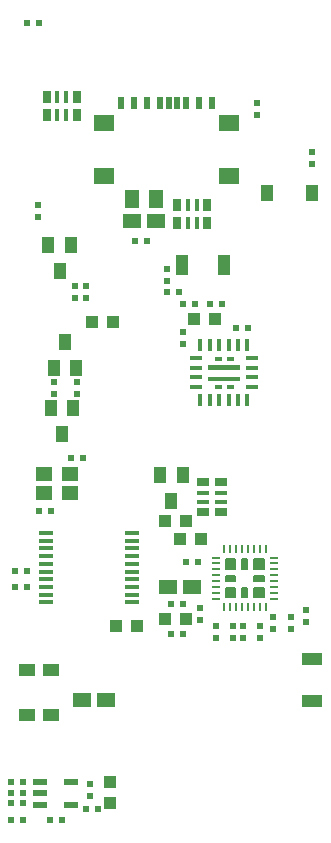
<source format=gbr>
G04 #@! TF.GenerationSoftware,KiCad,Pcbnew,5.99.0-unknown-d20d310~100~ubuntu18.04.1*
G04 #@! TF.CreationDate,2019-12-17T15:54:16+02:00*
G04 #@! TF.ProjectId,ESP32-PoE_Rev_E,45535033-322d-4506-9f45-5f5265765f45,E*
G04 #@! TF.SameCoordinates,Original*
G04 #@! TF.FileFunction,Paste,Bot*
G04 #@! TF.FilePolarity,Positive*
%FSLAX46Y46*%
G04 Gerber Fmt 4.6, Leading zero omitted, Abs format (unit mm)*
G04 Created by KiCad (PCBNEW 5.99.0-unknown-d20d310~100~ubuntu18.04.1) date 2019-12-17 15:54:16*
%MOMM*%
%LPD*%
G04 APERTURE LIST*
%ADD10C,0.200000*%
%ADD11C,0.100000*%
%ADD12R,0.500000X0.550000*%
%ADD13R,1.400000X1.000000*%
%ADD14R,1.200000X0.550000*%
%ADD15R,1.524000X1.270000*%
%ADD16R,0.550000X0.500000*%
%ADD17R,1.016000X1.016000*%
%ADD18R,1.270000X1.524000*%
%ADD19R,1.000000X1.400000*%
%ADD20R,1.270000X0.325000*%
%ADD21R,1.778000X1.016000*%
%ADD22R,0.500000X1.000000*%
%ADD23R,1.754000X1.454000*%
%ADD24R,1.016000X0.381000*%
%ADD25R,1.016000X0.635000*%
%ADD26R,0.381000X1.016000*%
%ADD27R,0.635000X1.016000*%
%ADD28R,0.230000X0.780000*%
%ADD29R,0.780000X0.230000*%
%ADD30R,1.000000X0.400000*%
%ADD31R,0.400000X1.000000*%
%ADD32R,1.016000X1.778000*%
%ADD33R,1.400000X1.200000*%
G04 APERTURE END LIST*
D10*
X109944000Y-148644000D02*
X109944000Y-149044000D01*
X109144000Y-148644000D02*
X109944000Y-148644000D01*
X109144000Y-149044000D02*
X109144000Y-148644000D01*
X109944000Y-149044000D02*
X109144000Y-149044000D01*
X109944000Y-148944000D02*
X109144000Y-148944000D01*
X109144000Y-148844000D02*
X109944000Y-148844000D01*
X109944000Y-148744000D02*
X109144000Y-148744000D01*
X112344000Y-148744000D02*
X111544000Y-148744000D01*
X111544000Y-148844000D02*
X112344000Y-148844000D01*
X112344000Y-148944000D02*
X111544000Y-148944000D01*
X112344000Y-149044000D02*
X111544000Y-149044000D01*
X111544000Y-149044000D02*
X111544000Y-148644000D01*
X111544000Y-148644000D02*
X112344000Y-148644000D01*
X112344000Y-148644000D02*
X112344000Y-149044000D01*
X110544000Y-148044000D02*
X110944000Y-148044000D01*
X110544000Y-147244000D02*
X110544000Y-148044000D01*
X110944000Y-147244000D02*
X110544000Y-147244000D01*
X110944000Y-148044000D02*
X110944000Y-147244000D01*
X110844000Y-148044000D02*
X110844000Y-147244000D01*
X110744000Y-148044000D02*
X110744000Y-147244000D01*
X110644000Y-148044000D02*
X110644000Y-147244000D01*
X110644000Y-150444000D02*
X110644000Y-149644000D01*
X110744000Y-150444000D02*
X110744000Y-149644000D01*
X110844000Y-150444000D02*
X110844000Y-149644000D01*
X110944000Y-150444000D02*
X110944000Y-149644000D01*
X110944000Y-149644000D02*
X110544000Y-149644000D01*
X110544000Y-149644000D02*
X110544000Y-150444000D01*
X110544000Y-150444000D02*
X110944000Y-150444000D01*
X109944000Y-147344000D02*
X109144000Y-147344000D01*
X109944000Y-147444000D02*
X109144000Y-147444000D01*
X109944000Y-147544000D02*
X109144000Y-147544000D01*
X109944000Y-147644000D02*
X109144000Y-147644000D01*
X109944000Y-147744000D02*
X109144000Y-147744000D01*
X109944000Y-147844000D02*
X109144000Y-147844000D01*
X109944000Y-147944000D02*
X109144000Y-147944000D01*
X109944000Y-148044000D02*
X109144000Y-148044000D01*
X109144000Y-148044000D02*
X109144000Y-147244000D01*
X109144000Y-147244000D02*
X109944000Y-147244000D01*
X109944000Y-147244000D02*
X109944000Y-148044000D01*
X112344000Y-147244000D02*
X112344000Y-148044000D01*
X111544000Y-147244000D02*
X112344000Y-147244000D01*
X111544000Y-148044000D02*
X111544000Y-147244000D01*
X112344000Y-148044000D02*
X111544000Y-148044000D01*
X112344000Y-147944000D02*
X111544000Y-147944000D01*
X112344000Y-147844000D02*
X111544000Y-147844000D01*
X112344000Y-147744000D02*
X111544000Y-147744000D01*
X112344000Y-147644000D02*
X111544000Y-147644000D01*
X112344000Y-147544000D02*
X111544000Y-147544000D01*
X112344000Y-147444000D02*
X111544000Y-147444000D01*
X112344000Y-147344000D02*
X111544000Y-147344000D01*
X109944000Y-149644000D02*
X109944000Y-150444000D01*
X109144000Y-149644000D02*
X109944000Y-149644000D01*
X109144000Y-150444000D02*
X109144000Y-149644000D01*
X109944000Y-150444000D02*
X109144000Y-150444000D01*
X109944000Y-150344000D02*
X109144000Y-150344000D01*
X109944000Y-150244000D02*
X109144000Y-150244000D01*
X109944000Y-150144000D02*
X109144000Y-150144000D01*
X109944000Y-150044000D02*
X109144000Y-150044000D01*
X109944000Y-149944000D02*
X109144000Y-149944000D01*
X109944000Y-149844000D02*
X109144000Y-149844000D01*
X109944000Y-149744000D02*
X109144000Y-149744000D01*
X112344000Y-149744000D02*
X111544000Y-149744000D01*
X112344000Y-149844000D02*
X111544000Y-149844000D01*
X112344000Y-149944000D02*
X111544000Y-149944000D01*
X112344000Y-150044000D02*
X111544000Y-150044000D01*
X112344000Y-150144000D02*
X111544000Y-150144000D01*
X112344000Y-150244000D02*
X111544000Y-150244000D01*
X112344000Y-150344000D02*
X111544000Y-150344000D01*
X112344000Y-150444000D02*
X111544000Y-150444000D01*
X111544000Y-150444000D02*
X111544000Y-149644000D01*
X111544000Y-149644000D02*
X112344000Y-149644000D01*
X112344000Y-149644000D02*
X112344000Y-150444000D01*
G36*
X110266000Y-132095000D02*
G01*
X107666000Y-132095000D01*
X107666000Y-131795000D01*
X110266000Y-131795000D01*
X110266000Y-132095000D01*
G37*
D11*
X110266000Y-132095000D02*
X107666000Y-132095000D01*
X107666000Y-131795000D01*
X110266000Y-131795000D01*
X110266000Y-132095000D01*
G36*
X109716000Y-132745000D02*
G01*
X109216000Y-132745000D01*
X109216000Y-132495000D01*
X109716000Y-132495000D01*
X109716000Y-132745000D01*
G37*
X109716000Y-132745000D02*
X109216000Y-132745000D01*
X109216000Y-132495000D01*
X109716000Y-132495000D01*
X109716000Y-132745000D01*
G36*
X110266000Y-131095000D02*
G01*
X107666000Y-131095000D01*
X107666000Y-130795000D01*
X110266000Y-130795000D01*
X110266000Y-131095000D01*
G37*
X110266000Y-131095000D02*
X107666000Y-131095000D01*
X107666000Y-130795000D01*
X110266000Y-130795000D01*
X110266000Y-131095000D01*
G36*
X108716000Y-132745000D02*
G01*
X108216000Y-132745000D01*
X108216000Y-132495000D01*
X108716000Y-132495000D01*
X108716000Y-132745000D01*
G37*
X108716000Y-132745000D02*
X108216000Y-132745000D01*
X108216000Y-132495000D01*
X108716000Y-132495000D01*
X108716000Y-132745000D01*
G36*
X108716000Y-130395000D02*
G01*
X108216000Y-130395000D01*
X108216000Y-130145000D01*
X108716000Y-130145000D01*
X108716000Y-130395000D01*
G37*
X108716000Y-130395000D02*
X108216000Y-130395000D01*
X108216000Y-130145000D01*
X108716000Y-130145000D01*
X108716000Y-130395000D01*
G36*
X109716000Y-130395000D02*
G01*
X109216000Y-130395000D01*
X109216000Y-130145000D01*
X109716000Y-130145000D01*
X109716000Y-130395000D01*
G37*
X109716000Y-130395000D02*
X109216000Y-130395000D01*
X109216000Y-130145000D01*
X109716000Y-130145000D01*
X109716000Y-130395000D01*
D12*
X91948000Y-167005000D03*
X90932000Y-167005000D03*
X90932000Y-166116000D03*
X91948000Y-166116000D03*
D13*
X92329000Y-160396000D03*
X92329000Y-156596000D03*
X94361000Y-156596000D03*
X94361000Y-160396000D03*
D12*
X106553000Y-125666500D03*
X105537000Y-125666500D03*
X91948000Y-167894000D03*
X90932000Y-167894000D03*
X92329000Y-101854000D03*
X93345000Y-101854000D03*
X98298000Y-168402000D03*
X97282000Y-168402000D03*
D14*
X93442000Y-168018500D03*
X93442000Y-167068500D03*
X93442000Y-166118500D03*
X96042000Y-168018500D03*
X96042000Y-166118500D03*
D15*
X96964500Y-159131000D03*
X98996500Y-159131000D03*
D16*
X97282000Y-125095000D03*
X97282000Y-124079000D03*
D17*
X99568000Y-127127000D03*
X97790000Y-127127000D03*
D12*
X108839000Y-125666500D03*
X107823000Y-125666500D03*
D18*
X101219000Y-116713000D03*
X103251000Y-116713000D03*
D12*
X105791000Y-147447000D03*
X106807000Y-147447000D03*
X104521000Y-151003000D03*
X105537000Y-151003000D03*
D16*
X113157000Y-152146000D03*
X113157000Y-153162000D03*
D12*
X104521000Y-153543000D03*
X105537000Y-153543000D03*
D16*
X93218000Y-117221000D03*
X93218000Y-118237000D03*
X104140000Y-122682000D03*
X104140000Y-123698000D03*
D12*
X104140000Y-124587000D03*
X105156000Y-124587000D03*
D16*
X111760000Y-108585000D03*
X111760000Y-109601000D03*
D12*
X102489000Y-120269000D03*
X101473000Y-120269000D03*
X109982000Y-127635000D03*
X110998000Y-127635000D03*
D16*
X105537000Y-129032000D03*
X105537000Y-128016000D03*
X106934000Y-152400000D03*
X106934000Y-151384000D03*
D12*
X90932000Y-169291000D03*
X91948000Y-169291000D03*
D16*
X115951000Y-151511000D03*
X115951000Y-152527000D03*
X114681000Y-152146000D03*
X114681000Y-153162000D03*
X110617000Y-152908000D03*
X110617000Y-153924000D03*
X112014000Y-152908000D03*
X112014000Y-153924000D03*
X108331000Y-152908000D03*
X108331000Y-153924000D03*
X109728000Y-152908000D03*
X109728000Y-153924000D03*
D12*
X94234000Y-169291000D03*
X95250000Y-169291000D03*
D16*
X96393000Y-124079000D03*
X96393000Y-125095000D03*
X97663000Y-167259000D03*
X97663000Y-166243000D03*
D12*
X91313000Y-148209000D03*
X92329000Y-148209000D03*
X91313000Y-149606000D03*
X92329000Y-149606000D03*
D19*
X103571040Y-140116560D03*
X105473500Y-140116560D03*
X104518460Y-142326360D03*
D17*
X99314000Y-167894000D03*
X99314000Y-166116000D03*
D20*
X93916500Y-150880000D03*
X93916500Y-150230000D03*
X93916500Y-149580000D03*
X93916500Y-148930000D03*
X93916500Y-148280000D03*
X93916500Y-147630000D03*
X93916500Y-146980000D03*
X93916500Y-146330000D03*
X93916500Y-145680000D03*
X93916500Y-145030000D03*
X101155500Y-145030000D03*
X101155500Y-145680000D03*
X101155500Y-146330000D03*
X101155500Y-146980000D03*
X101155500Y-147630000D03*
X101155500Y-148280000D03*
X101155500Y-148930000D03*
X101155500Y-149580000D03*
X101155500Y-150230000D03*
X101155500Y-150880000D03*
D19*
X94300040Y-134401560D03*
X96202500Y-134401560D03*
X95247460Y-136611360D03*
D15*
X101219000Y-118618000D03*
X103251000Y-118618000D03*
D21*
X116459000Y-159258000D03*
X116459000Y-155702000D03*
D22*
X100290000Y-108587000D03*
X101390000Y-108587000D03*
X102490000Y-108587000D03*
X103590000Y-108587000D03*
X104340000Y-108587000D03*
X105040000Y-108587000D03*
X105790000Y-108587000D03*
X106890000Y-108587000D03*
X107990000Y-108587000D03*
D23*
X109440000Y-110337000D03*
X98840000Y-110337000D03*
X109440000Y-114787000D03*
X98840000Y-114787000D03*
D17*
X105283000Y-145542000D03*
X107061000Y-145542000D03*
X104013000Y-152273000D03*
X105791000Y-152273000D03*
X105791000Y-144018000D03*
X104013000Y-144018000D03*
X101600000Y-152908000D03*
X99822000Y-152908000D03*
D24*
X107188000Y-141605000D03*
X107188000Y-142367000D03*
X108712000Y-141605000D03*
X108712000Y-142367000D03*
D25*
X107188000Y-140716000D03*
X108712000Y-140716000D03*
X107188000Y-143256000D03*
X108712000Y-143256000D03*
D26*
X95631000Y-108077000D03*
X94869000Y-108077000D03*
X95631000Y-109601000D03*
X94869000Y-109601000D03*
D27*
X96520000Y-108077000D03*
X96520000Y-109601000D03*
X93980000Y-108077000D03*
X93980000Y-109601000D03*
D19*
X96453960Y-131028440D03*
X94551500Y-131028440D03*
X95506540Y-128818640D03*
D15*
X104267000Y-149606000D03*
X106299000Y-149606000D03*
D12*
X93345000Y-143129000D03*
X94361000Y-143129000D03*
D19*
X116400000Y-116195000D03*
X112600000Y-116195000D03*
D16*
X116459000Y-113792000D03*
X116459000Y-112776000D03*
D28*
X108994000Y-151294000D03*
X109494000Y-151294000D03*
X109994000Y-151294000D03*
X110494000Y-151294000D03*
X110994000Y-151294000D03*
X111494000Y-151294000D03*
X111994000Y-151294000D03*
X112494000Y-151294000D03*
D29*
X113194000Y-150594000D03*
X113194000Y-150094000D03*
X113194000Y-149594000D03*
X113194000Y-149094000D03*
X113194000Y-148594000D03*
X113194000Y-148094000D03*
X113194000Y-147594000D03*
X113194000Y-147094000D03*
D28*
X112494000Y-146394000D03*
X111994000Y-146394000D03*
X111494000Y-146394000D03*
X110994000Y-146394000D03*
X110494000Y-146394000D03*
X109994000Y-146394000D03*
X109494000Y-146394000D03*
X108994000Y-146394000D03*
D29*
X108294000Y-147094000D03*
X108294000Y-147594000D03*
X108294000Y-148094000D03*
X108294000Y-148594000D03*
X108294000Y-149094000D03*
X108294000Y-149594000D03*
X108294000Y-150094000D03*
X108294000Y-150594000D03*
D30*
X106616000Y-132645000D03*
X106616000Y-131845000D03*
X106616000Y-131045000D03*
X106616000Y-130245000D03*
D31*
X106966000Y-129095000D03*
X107766000Y-129095000D03*
X108566000Y-129095000D03*
X109366000Y-129095000D03*
X110166000Y-129095000D03*
X110966000Y-129095000D03*
D30*
X111316000Y-130245000D03*
X111316000Y-131045000D03*
X111316000Y-131845000D03*
X111316000Y-132645000D03*
D31*
X110966000Y-133795000D03*
X110166000Y-133795000D03*
X109366000Y-133795000D03*
X108566000Y-133795000D03*
X107766000Y-133795000D03*
X106966000Y-133795000D03*
D16*
X94615000Y-133223000D03*
X94615000Y-132207000D03*
X96520000Y-132207000D03*
X96520000Y-133223000D03*
D17*
X106426000Y-126873000D03*
X108204000Y-126873000D03*
D19*
X94107000Y-120650000D03*
X96009460Y-120650000D03*
X95054420Y-122859800D03*
D26*
X106680000Y-117221000D03*
X105918000Y-117221000D03*
X106680000Y-118745000D03*
X105918000Y-118745000D03*
D27*
X107569000Y-117221000D03*
X107569000Y-118745000D03*
X105029000Y-117221000D03*
X105029000Y-118745000D03*
D32*
X108966000Y-122301000D03*
X105410000Y-122301000D03*
D12*
X96012000Y-138684000D03*
X97028000Y-138684000D03*
D33*
X95969000Y-140043000D03*
X93769000Y-141643000D03*
X93769000Y-140043000D03*
X95969000Y-141643000D03*
M02*

</source>
